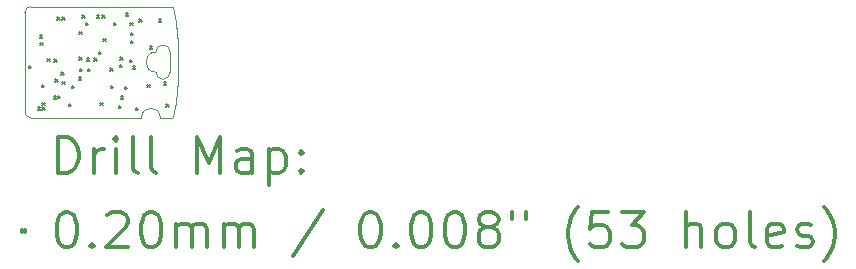
<source format=gbr>
%FSLAX45Y45*%
G04 Gerber Fmt 4.5, Leading zero omitted, Abs format (unit mm)*
G04 Created by KiCad (PCBNEW (5.0.1)-3) date 11/18/18 15:57:07*
%MOMM*%
%LPD*%
G01*
G04 APERTURE LIST*
%ADD10C,0.010000*%
%ADD11C,0.050000*%
%ADD12C,0.200000*%
%ADD13C,0.300000*%
G04 APERTURE END LIST*
D10*
X2932500Y-2265000D02*
G75*
G02X2812500Y-2265000I-60000J0D01*
G01*
X2932500Y-2095000D02*
G75*
G03X2812500Y-2095000I-60000J0D01*
G01*
X2812500Y-2095000D02*
G75*
G03X2812500Y-2265000I0J-85000D01*
G01*
D11*
X2850000Y-2650000D02*
G75*
G03X2690000Y-2650000I-80000J0D01*
G01*
X2850000Y-2650000D02*
X2952500Y-2650000D01*
D10*
X2932500Y-2095000D02*
X2932500Y-2265000D01*
D11*
X1752500Y-1710000D02*
G75*
G03X1702500Y-1760000I0J-50000D01*
G01*
X1702500Y-2600000D02*
G75*
G03X1752500Y-2650000I50000J0D01*
G01*
X1702500Y-1760000D02*
X1702500Y-2600000D01*
X2952500Y-1710000D02*
X1752500Y-1710000D01*
X1752500Y-2650000D02*
X2690000Y-2650000D01*
X3002500Y-2180000D02*
X3002500Y-2167000D01*
X3002500Y-2167000D02*
X3002500Y-2153000D01*
X3002500Y-2153000D02*
X3002500Y-2140000D01*
X3002500Y-2140000D02*
X3002500Y-2126000D01*
X3002500Y-2126000D02*
X3001500Y-2113000D01*
X3001500Y-2113000D02*
X3001500Y-2099000D01*
X3001500Y-2099000D02*
X3001500Y-2086000D01*
X3001500Y-2086000D02*
X3000500Y-2073000D01*
X3000500Y-2073000D02*
X3000500Y-2059000D01*
X3000500Y-2059000D02*
X2999500Y-2046000D01*
X2999500Y-2046000D02*
X2998500Y-2033000D01*
X2998500Y-2033000D02*
X2998500Y-2020000D01*
X2998500Y-2020000D02*
X2997500Y-2007000D01*
X2997500Y-2007000D02*
X2996500Y-1995000D01*
X2996500Y-1995000D02*
X2995500Y-1982000D01*
X2995500Y-1982000D02*
X2994500Y-1970000D01*
X2994500Y-1970000D02*
X2993500Y-1957000D01*
X2993500Y-1957000D02*
X2992500Y-1945000D01*
X2992500Y-1945000D02*
X2991500Y-1933000D01*
X2991500Y-1933000D02*
X2990500Y-1921000D01*
X2990500Y-1921000D02*
X2989500Y-1909000D01*
X2989500Y-1909000D02*
X2988500Y-1897000D01*
X2988500Y-1897000D02*
X2986500Y-1886000D01*
X2986500Y-1886000D02*
X2985500Y-1874000D01*
X2985500Y-1874000D02*
X2984500Y-1863000D01*
X2984500Y-1863000D02*
X2982500Y-1852000D01*
X2982500Y-1852000D02*
X2981500Y-1842000D01*
X2981500Y-1842000D02*
X2979500Y-1831000D01*
X2979500Y-1831000D02*
X2978500Y-1821000D01*
X2978500Y-1821000D02*
X2976500Y-1811000D01*
X2976500Y-1811000D02*
X2974500Y-1801000D01*
X2974500Y-1801000D02*
X2973500Y-1791000D01*
X2973500Y-1791000D02*
X2971500Y-1782000D01*
X2971500Y-1782000D02*
X2969500Y-1772000D01*
X2969500Y-1772000D02*
X2967500Y-1764000D01*
X2967500Y-1764000D02*
X2965500Y-1755000D01*
X2965500Y-1755000D02*
X2964500Y-1746000D01*
X2964500Y-1746000D02*
X2962500Y-1738000D01*
X2962500Y-1738000D02*
X2960500Y-1730000D01*
X2960500Y-1730000D02*
X2958500Y-1723000D01*
X2958500Y-1723000D02*
X2955500Y-1715000D01*
X2955500Y-1715000D02*
X2952500Y-1710000D01*
X2952500Y-2650000D02*
X2955500Y-2645000D01*
X2955500Y-2645000D02*
X2958500Y-2637000D01*
X2958500Y-2637000D02*
X2960500Y-2630000D01*
X2960500Y-2630000D02*
X2962500Y-2622000D01*
X2962500Y-2622000D02*
X2964500Y-2614000D01*
X2964500Y-2614000D02*
X2965500Y-2605000D01*
X2965500Y-2605000D02*
X2967500Y-2596000D01*
X2967500Y-2596000D02*
X2969500Y-2588000D01*
X2969500Y-2588000D02*
X2971500Y-2578000D01*
X2971500Y-2578000D02*
X2973500Y-2569000D01*
X2973500Y-2569000D02*
X2974500Y-2559000D01*
X2974500Y-2559000D02*
X2976500Y-2549000D01*
X2976500Y-2549000D02*
X2978500Y-2539000D01*
X2978500Y-2539000D02*
X2979500Y-2529000D01*
X2979500Y-2529000D02*
X2981500Y-2518000D01*
X2981500Y-2518000D02*
X2982500Y-2508000D01*
X2982500Y-2508000D02*
X2984500Y-2497000D01*
X2984500Y-2497000D02*
X2985500Y-2486000D01*
X2985500Y-2486000D02*
X2986500Y-2474000D01*
X2986500Y-2474000D02*
X2988500Y-2463000D01*
X2988500Y-2463000D02*
X2989500Y-2451000D01*
X2989500Y-2451000D02*
X2990500Y-2439000D01*
X2990500Y-2439000D02*
X2991500Y-2427000D01*
X2991500Y-2427000D02*
X2992500Y-2415000D01*
X2992500Y-2415000D02*
X2993500Y-2403000D01*
X2993500Y-2403000D02*
X2994500Y-2390000D01*
X2994500Y-2390000D02*
X2995500Y-2378000D01*
X2995500Y-2378000D02*
X2996500Y-2365000D01*
X2996500Y-2365000D02*
X2997500Y-2353000D01*
X2997500Y-2353000D02*
X2998500Y-2340000D01*
X2998500Y-2340000D02*
X2998500Y-2327000D01*
X2998500Y-2327000D02*
X2999500Y-2314000D01*
X2999500Y-2314000D02*
X3000500Y-2301000D01*
X3000500Y-2301000D02*
X3000500Y-2287000D01*
X3000500Y-2287000D02*
X3001500Y-2274000D01*
X3001500Y-2274000D02*
X3001500Y-2261000D01*
X3001500Y-2261000D02*
X3001500Y-2247000D01*
X3001500Y-2247000D02*
X3002500Y-2234000D01*
X3002500Y-2234000D02*
X3002500Y-2220000D01*
X3002500Y-2220000D02*
X3002500Y-2207000D01*
X3002500Y-2207000D02*
X3002500Y-2193000D01*
X3002500Y-2193000D02*
X3002500Y-2180000D01*
D12*
X1735000Y-2212500D02*
X1755000Y-2232500D01*
X1755000Y-2212500D02*
X1735000Y-2232500D01*
X1810000Y-2562500D02*
X1830000Y-2582500D01*
X1830000Y-2562500D02*
X1810000Y-2582500D01*
X1830000Y-1952500D02*
X1850000Y-1972500D01*
X1850000Y-1952500D02*
X1830000Y-1972500D01*
X1832500Y-2017500D02*
X1852500Y-2037500D01*
X1852500Y-2017500D02*
X1832500Y-2037500D01*
X1848000Y-2372500D02*
X1868000Y-2392500D01*
X1868000Y-2372500D02*
X1848000Y-2392500D01*
X1850000Y-2522500D02*
X1870000Y-2542500D01*
X1870000Y-2522500D02*
X1850000Y-2542500D01*
X1850000Y-2562500D02*
X1870000Y-2582500D01*
X1870000Y-2562500D02*
X1850000Y-2582500D01*
X1892500Y-2152500D02*
X1912500Y-2172500D01*
X1912500Y-2152500D02*
X1892500Y-2172500D01*
X1946000Y-2469500D02*
X1966000Y-2489500D01*
X1966000Y-2469500D02*
X1946000Y-2489500D01*
X1952500Y-2155000D02*
X1972500Y-2175000D01*
X1972500Y-2155000D02*
X1952500Y-2175000D01*
X1960000Y-2324500D02*
X1980000Y-2344500D01*
X1980000Y-2324500D02*
X1960000Y-2344500D01*
X1977500Y-1800000D02*
X1997500Y-1820000D01*
X1997500Y-1800000D02*
X1977500Y-1820000D01*
X1982000Y-2466500D02*
X2002000Y-2486500D01*
X2002000Y-2466500D02*
X1982000Y-2486500D01*
X2012500Y-2267500D02*
X2032500Y-2287500D01*
X2032500Y-2267500D02*
X2012500Y-2287500D01*
X2020000Y-1800000D02*
X2040000Y-1820000D01*
X2040000Y-1800000D02*
X2020000Y-1820000D01*
X2020000Y-2347500D02*
X2040000Y-2367500D01*
X2040000Y-2347500D02*
X2020000Y-2367500D01*
X2077500Y-2532500D02*
X2097500Y-2552500D01*
X2097500Y-2532500D02*
X2077500Y-2552500D01*
X2100000Y-2380000D02*
X2120000Y-2400000D01*
X2120000Y-2380000D02*
X2100000Y-2400000D01*
X2160000Y-2310000D02*
X2180000Y-2330000D01*
X2180000Y-2310000D02*
X2160000Y-2330000D01*
X2162500Y-2140000D02*
X2182500Y-2160000D01*
X2182500Y-2140000D02*
X2162500Y-2160000D01*
X2165000Y-1922500D02*
X2185000Y-1942500D01*
X2185000Y-1922500D02*
X2165000Y-1942500D01*
X2170000Y-2235000D02*
X2190000Y-2255000D01*
X2190000Y-2235000D02*
X2170000Y-2255000D01*
X2190000Y-1782500D02*
X2210000Y-1802500D01*
X2210000Y-1782500D02*
X2190000Y-1802500D01*
X2220000Y-1847500D02*
X2240000Y-1867500D01*
X2240000Y-1847500D02*
X2220000Y-1867500D01*
X2230000Y-2147500D02*
X2250000Y-2167500D01*
X2250000Y-2147500D02*
X2230000Y-2167500D01*
X2235000Y-2237500D02*
X2255000Y-2257500D01*
X2255000Y-2237500D02*
X2235000Y-2257500D01*
X2290000Y-2147500D02*
X2310000Y-2167500D01*
X2310000Y-2147500D02*
X2290000Y-2167500D01*
X2310000Y-1782500D02*
X2330000Y-1802500D01*
X2330000Y-1782500D02*
X2310000Y-1802500D01*
X2327500Y-2095000D02*
X2347500Y-2115000D01*
X2347500Y-2095000D02*
X2327500Y-2115000D01*
X2342500Y-2527500D02*
X2362500Y-2547500D01*
X2362500Y-2527500D02*
X2342500Y-2547500D01*
X2360000Y-1782500D02*
X2380000Y-1802500D01*
X2380000Y-1782500D02*
X2360000Y-1802500D01*
X2367500Y-1982500D02*
X2387500Y-2002500D01*
X2387500Y-1982500D02*
X2367500Y-2002500D01*
X2425000Y-2232500D02*
X2445000Y-2252500D01*
X2445000Y-2232500D02*
X2425000Y-2252500D01*
X2430000Y-2380000D02*
X2450000Y-2400000D01*
X2450000Y-2380000D02*
X2430000Y-2400000D01*
X2455000Y-1847500D02*
X2475000Y-1867500D01*
X2475000Y-1847500D02*
X2455000Y-1867500D01*
X2497500Y-2552500D02*
X2517500Y-2572500D01*
X2517500Y-2552500D02*
X2497500Y-2572500D01*
X2505000Y-2205000D02*
X2525000Y-2225000D01*
X2525000Y-2205000D02*
X2505000Y-2225000D01*
X2510000Y-2140000D02*
X2530000Y-2160000D01*
X2530000Y-2140000D02*
X2510000Y-2160000D01*
X2517500Y-2470000D02*
X2537500Y-2490000D01*
X2537500Y-2470000D02*
X2517500Y-2490000D01*
X2547500Y-2387500D02*
X2567500Y-2407500D01*
X2567500Y-2387500D02*
X2547500Y-2407500D01*
X2555000Y-1767500D02*
X2575000Y-1787500D01*
X2575000Y-1767500D02*
X2555000Y-1787500D01*
X2592500Y-2160000D02*
X2612500Y-2180000D01*
X2612500Y-2160000D02*
X2592500Y-2180000D01*
X2595000Y-1847500D02*
X2615000Y-1867500D01*
X2615000Y-1847500D02*
X2595000Y-1867500D01*
X2600000Y-1931500D02*
X2620000Y-1951500D01*
X2620000Y-1931500D02*
X2600000Y-1951500D01*
X2600000Y-2001500D02*
X2620000Y-2021500D01*
X2620000Y-2001500D02*
X2600000Y-2021500D01*
X2617500Y-2215000D02*
X2637500Y-2235000D01*
X2637500Y-2215000D02*
X2617500Y-2235000D01*
X2642500Y-2565000D02*
X2662500Y-2585000D01*
X2662500Y-2565000D02*
X2642500Y-2585000D01*
X2672500Y-1817500D02*
X2692500Y-1837500D01*
X2692500Y-1817500D02*
X2672500Y-1837500D01*
X2740000Y-2372500D02*
X2760000Y-2392500D01*
X2760000Y-2372500D02*
X2740000Y-2392500D01*
X2760000Y-2045000D02*
X2780000Y-2065000D01*
X2780000Y-2045000D02*
X2760000Y-2065000D01*
X2835000Y-1817500D02*
X2855000Y-1837500D01*
X2855000Y-1817500D02*
X2835000Y-1837500D01*
X2880000Y-2352500D02*
X2900000Y-2372500D01*
X2900000Y-2352500D02*
X2880000Y-2372500D01*
X2901000Y-2538500D02*
X2921000Y-2558500D01*
X2921000Y-2538500D02*
X2901000Y-2558500D01*
D13*
X1986428Y-3118214D02*
X1986428Y-2818214D01*
X2057857Y-2818214D01*
X2100714Y-2832500D01*
X2129286Y-2861071D01*
X2143571Y-2889643D01*
X2157857Y-2946786D01*
X2157857Y-2989643D01*
X2143571Y-3046786D01*
X2129286Y-3075357D01*
X2100714Y-3103929D01*
X2057857Y-3118214D01*
X1986428Y-3118214D01*
X2286428Y-3118214D02*
X2286428Y-2918214D01*
X2286428Y-2975357D02*
X2300714Y-2946786D01*
X2315000Y-2932500D01*
X2343571Y-2918214D01*
X2372143Y-2918214D01*
X2472143Y-3118214D02*
X2472143Y-2918214D01*
X2472143Y-2818214D02*
X2457857Y-2832500D01*
X2472143Y-2846786D01*
X2486428Y-2832500D01*
X2472143Y-2818214D01*
X2472143Y-2846786D01*
X2657857Y-3118214D02*
X2629286Y-3103929D01*
X2615000Y-3075357D01*
X2615000Y-2818214D01*
X2815000Y-3118214D02*
X2786428Y-3103929D01*
X2772143Y-3075357D01*
X2772143Y-2818214D01*
X3157857Y-3118214D02*
X3157857Y-2818214D01*
X3257857Y-3032500D01*
X3357857Y-2818214D01*
X3357857Y-3118214D01*
X3629286Y-3118214D02*
X3629286Y-2961071D01*
X3615000Y-2932500D01*
X3586428Y-2918214D01*
X3529286Y-2918214D01*
X3500714Y-2932500D01*
X3629286Y-3103929D02*
X3600714Y-3118214D01*
X3529286Y-3118214D01*
X3500714Y-3103929D01*
X3486428Y-3075357D01*
X3486428Y-3046786D01*
X3500714Y-3018214D01*
X3529286Y-3003929D01*
X3600714Y-3003929D01*
X3629286Y-2989643D01*
X3772143Y-2918214D02*
X3772143Y-3218214D01*
X3772143Y-2932500D02*
X3800714Y-2918214D01*
X3857857Y-2918214D01*
X3886428Y-2932500D01*
X3900714Y-2946786D01*
X3915000Y-2975357D01*
X3915000Y-3061071D01*
X3900714Y-3089643D01*
X3886428Y-3103929D01*
X3857857Y-3118214D01*
X3800714Y-3118214D01*
X3772143Y-3103929D01*
X4043571Y-3089643D02*
X4057857Y-3103929D01*
X4043571Y-3118214D01*
X4029286Y-3103929D01*
X4043571Y-3089643D01*
X4043571Y-3118214D01*
X4043571Y-2932500D02*
X4057857Y-2946786D01*
X4043571Y-2961071D01*
X4029286Y-2946786D01*
X4043571Y-2932500D01*
X4043571Y-2961071D01*
X1680000Y-3602500D02*
X1700000Y-3622500D01*
X1700000Y-3602500D02*
X1680000Y-3622500D01*
X2043571Y-3448214D02*
X2072143Y-3448214D01*
X2100714Y-3462500D01*
X2115000Y-3476786D01*
X2129286Y-3505357D01*
X2143571Y-3562500D01*
X2143571Y-3633929D01*
X2129286Y-3691071D01*
X2115000Y-3719643D01*
X2100714Y-3733929D01*
X2072143Y-3748214D01*
X2043571Y-3748214D01*
X2015000Y-3733929D01*
X2000714Y-3719643D01*
X1986428Y-3691071D01*
X1972143Y-3633929D01*
X1972143Y-3562500D01*
X1986428Y-3505357D01*
X2000714Y-3476786D01*
X2015000Y-3462500D01*
X2043571Y-3448214D01*
X2272143Y-3719643D02*
X2286428Y-3733929D01*
X2272143Y-3748214D01*
X2257857Y-3733929D01*
X2272143Y-3719643D01*
X2272143Y-3748214D01*
X2400714Y-3476786D02*
X2415000Y-3462500D01*
X2443571Y-3448214D01*
X2515000Y-3448214D01*
X2543571Y-3462500D01*
X2557857Y-3476786D01*
X2572143Y-3505357D01*
X2572143Y-3533929D01*
X2557857Y-3576786D01*
X2386428Y-3748214D01*
X2572143Y-3748214D01*
X2757857Y-3448214D02*
X2786428Y-3448214D01*
X2815000Y-3462500D01*
X2829286Y-3476786D01*
X2843571Y-3505357D01*
X2857857Y-3562500D01*
X2857857Y-3633929D01*
X2843571Y-3691071D01*
X2829286Y-3719643D01*
X2815000Y-3733929D01*
X2786428Y-3748214D01*
X2757857Y-3748214D01*
X2729286Y-3733929D01*
X2715000Y-3719643D01*
X2700714Y-3691071D01*
X2686428Y-3633929D01*
X2686428Y-3562500D01*
X2700714Y-3505357D01*
X2715000Y-3476786D01*
X2729286Y-3462500D01*
X2757857Y-3448214D01*
X2986428Y-3748214D02*
X2986428Y-3548214D01*
X2986428Y-3576786D02*
X3000714Y-3562500D01*
X3029286Y-3548214D01*
X3072143Y-3548214D01*
X3100714Y-3562500D01*
X3115000Y-3591071D01*
X3115000Y-3748214D01*
X3115000Y-3591071D02*
X3129286Y-3562500D01*
X3157857Y-3548214D01*
X3200714Y-3548214D01*
X3229286Y-3562500D01*
X3243571Y-3591071D01*
X3243571Y-3748214D01*
X3386428Y-3748214D02*
X3386428Y-3548214D01*
X3386428Y-3576786D02*
X3400714Y-3562500D01*
X3429286Y-3548214D01*
X3472143Y-3548214D01*
X3500714Y-3562500D01*
X3515000Y-3591071D01*
X3515000Y-3748214D01*
X3515000Y-3591071D02*
X3529286Y-3562500D01*
X3557857Y-3548214D01*
X3600714Y-3548214D01*
X3629286Y-3562500D01*
X3643571Y-3591071D01*
X3643571Y-3748214D01*
X4229286Y-3433929D02*
X3972143Y-3819643D01*
X4615000Y-3448214D02*
X4643571Y-3448214D01*
X4672143Y-3462500D01*
X4686428Y-3476786D01*
X4700714Y-3505357D01*
X4715000Y-3562500D01*
X4715000Y-3633929D01*
X4700714Y-3691071D01*
X4686428Y-3719643D01*
X4672143Y-3733929D01*
X4643571Y-3748214D01*
X4615000Y-3748214D01*
X4586428Y-3733929D01*
X4572143Y-3719643D01*
X4557857Y-3691071D01*
X4543571Y-3633929D01*
X4543571Y-3562500D01*
X4557857Y-3505357D01*
X4572143Y-3476786D01*
X4586428Y-3462500D01*
X4615000Y-3448214D01*
X4843571Y-3719643D02*
X4857857Y-3733929D01*
X4843571Y-3748214D01*
X4829286Y-3733929D01*
X4843571Y-3719643D01*
X4843571Y-3748214D01*
X5043571Y-3448214D02*
X5072143Y-3448214D01*
X5100714Y-3462500D01*
X5115000Y-3476786D01*
X5129286Y-3505357D01*
X5143571Y-3562500D01*
X5143571Y-3633929D01*
X5129286Y-3691071D01*
X5115000Y-3719643D01*
X5100714Y-3733929D01*
X5072143Y-3748214D01*
X5043571Y-3748214D01*
X5015000Y-3733929D01*
X5000714Y-3719643D01*
X4986428Y-3691071D01*
X4972143Y-3633929D01*
X4972143Y-3562500D01*
X4986428Y-3505357D01*
X5000714Y-3476786D01*
X5015000Y-3462500D01*
X5043571Y-3448214D01*
X5329286Y-3448214D02*
X5357857Y-3448214D01*
X5386428Y-3462500D01*
X5400714Y-3476786D01*
X5415000Y-3505357D01*
X5429286Y-3562500D01*
X5429286Y-3633929D01*
X5415000Y-3691071D01*
X5400714Y-3719643D01*
X5386428Y-3733929D01*
X5357857Y-3748214D01*
X5329286Y-3748214D01*
X5300714Y-3733929D01*
X5286428Y-3719643D01*
X5272143Y-3691071D01*
X5257857Y-3633929D01*
X5257857Y-3562500D01*
X5272143Y-3505357D01*
X5286428Y-3476786D01*
X5300714Y-3462500D01*
X5329286Y-3448214D01*
X5600714Y-3576786D02*
X5572143Y-3562500D01*
X5557857Y-3548214D01*
X5543571Y-3519643D01*
X5543571Y-3505357D01*
X5557857Y-3476786D01*
X5572143Y-3462500D01*
X5600714Y-3448214D01*
X5657857Y-3448214D01*
X5686428Y-3462500D01*
X5700714Y-3476786D01*
X5715000Y-3505357D01*
X5715000Y-3519643D01*
X5700714Y-3548214D01*
X5686428Y-3562500D01*
X5657857Y-3576786D01*
X5600714Y-3576786D01*
X5572143Y-3591071D01*
X5557857Y-3605357D01*
X5543571Y-3633929D01*
X5543571Y-3691071D01*
X5557857Y-3719643D01*
X5572143Y-3733929D01*
X5600714Y-3748214D01*
X5657857Y-3748214D01*
X5686428Y-3733929D01*
X5700714Y-3719643D01*
X5715000Y-3691071D01*
X5715000Y-3633929D01*
X5700714Y-3605357D01*
X5686428Y-3591071D01*
X5657857Y-3576786D01*
X5829286Y-3448214D02*
X5829286Y-3505357D01*
X5943571Y-3448214D02*
X5943571Y-3505357D01*
X6386428Y-3862500D02*
X6372143Y-3848214D01*
X6343571Y-3805357D01*
X6329286Y-3776786D01*
X6315000Y-3733929D01*
X6300714Y-3662500D01*
X6300714Y-3605357D01*
X6315000Y-3533929D01*
X6329286Y-3491071D01*
X6343571Y-3462500D01*
X6372143Y-3419643D01*
X6386428Y-3405357D01*
X6643571Y-3448214D02*
X6500714Y-3448214D01*
X6486428Y-3591071D01*
X6500714Y-3576786D01*
X6529286Y-3562500D01*
X6600714Y-3562500D01*
X6629286Y-3576786D01*
X6643571Y-3591071D01*
X6657857Y-3619643D01*
X6657857Y-3691071D01*
X6643571Y-3719643D01*
X6629286Y-3733929D01*
X6600714Y-3748214D01*
X6529286Y-3748214D01*
X6500714Y-3733929D01*
X6486428Y-3719643D01*
X6757857Y-3448214D02*
X6943571Y-3448214D01*
X6843571Y-3562500D01*
X6886428Y-3562500D01*
X6915000Y-3576786D01*
X6929286Y-3591071D01*
X6943571Y-3619643D01*
X6943571Y-3691071D01*
X6929286Y-3719643D01*
X6915000Y-3733929D01*
X6886428Y-3748214D01*
X6800714Y-3748214D01*
X6772143Y-3733929D01*
X6757857Y-3719643D01*
X7300714Y-3748214D02*
X7300714Y-3448214D01*
X7429286Y-3748214D02*
X7429286Y-3591071D01*
X7415000Y-3562500D01*
X7386428Y-3548214D01*
X7343571Y-3548214D01*
X7315000Y-3562500D01*
X7300714Y-3576786D01*
X7615000Y-3748214D02*
X7586428Y-3733929D01*
X7572143Y-3719643D01*
X7557857Y-3691071D01*
X7557857Y-3605357D01*
X7572143Y-3576786D01*
X7586428Y-3562500D01*
X7615000Y-3548214D01*
X7657857Y-3548214D01*
X7686428Y-3562500D01*
X7700714Y-3576786D01*
X7715000Y-3605357D01*
X7715000Y-3691071D01*
X7700714Y-3719643D01*
X7686428Y-3733929D01*
X7657857Y-3748214D01*
X7615000Y-3748214D01*
X7886428Y-3748214D02*
X7857857Y-3733929D01*
X7843571Y-3705357D01*
X7843571Y-3448214D01*
X8115000Y-3733929D02*
X8086428Y-3748214D01*
X8029286Y-3748214D01*
X8000714Y-3733929D01*
X7986428Y-3705357D01*
X7986428Y-3591071D01*
X8000714Y-3562500D01*
X8029286Y-3548214D01*
X8086428Y-3548214D01*
X8115000Y-3562500D01*
X8129286Y-3591071D01*
X8129286Y-3619643D01*
X7986428Y-3648214D01*
X8243571Y-3733929D02*
X8272143Y-3748214D01*
X8329286Y-3748214D01*
X8357857Y-3733929D01*
X8372143Y-3705357D01*
X8372143Y-3691071D01*
X8357857Y-3662500D01*
X8329286Y-3648214D01*
X8286428Y-3648214D01*
X8257857Y-3633929D01*
X8243571Y-3605357D01*
X8243571Y-3591071D01*
X8257857Y-3562500D01*
X8286428Y-3548214D01*
X8329286Y-3548214D01*
X8357857Y-3562500D01*
X8472143Y-3862500D02*
X8486428Y-3848214D01*
X8515000Y-3805357D01*
X8529286Y-3776786D01*
X8543571Y-3733929D01*
X8557857Y-3662500D01*
X8557857Y-3605357D01*
X8543571Y-3533929D01*
X8529286Y-3491071D01*
X8515000Y-3462500D01*
X8486428Y-3419643D01*
X8472143Y-3405357D01*
M02*

</source>
